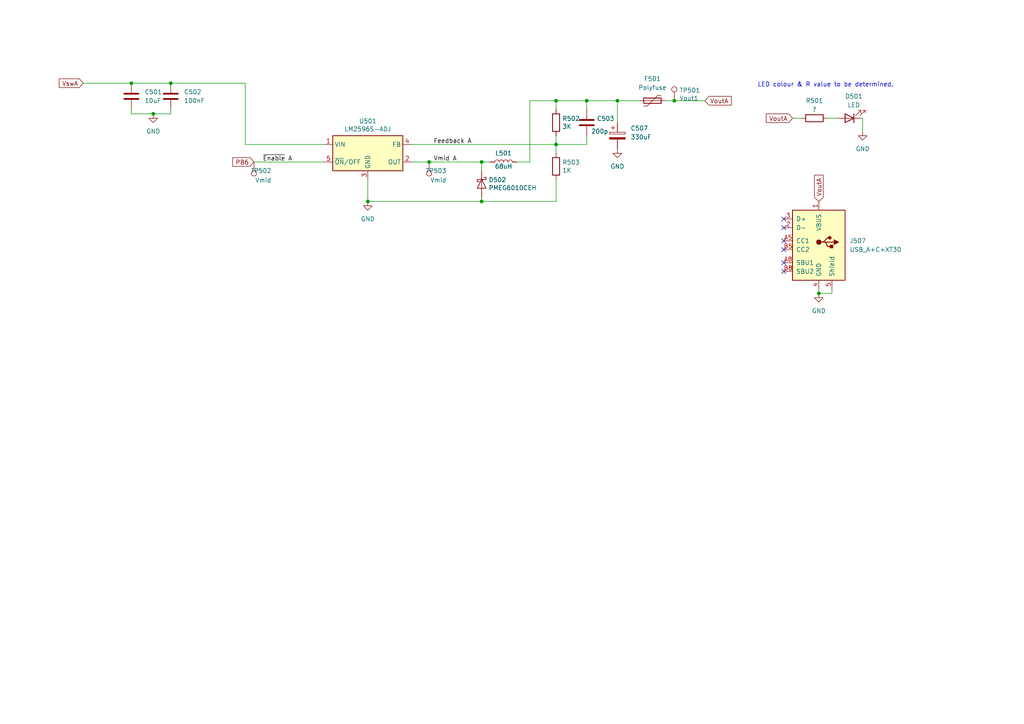
<source format=kicad_sch>
(kicad_sch (version 20211123) (generator eeschema)
  (paper "A4")
  (title_block (title "TPS540x Circuit A") (date "2024-04-01") (rev "1.0.0") (company "Scott A. Miller") (comment 1 "Don't forget to choose your output connector..."))
  (lib_symbols
    (symbol "Connector:TestPoint" (pin_numbers hide) (pin_names (offset 0.762) hide)
      (property "Reference" "TP" (at 0 6.858 0))
      (property "Value" "TestPoint" (at 0 5.08 0))
      (symbol "TestPoint_0_1"
        (circle (center 0 3.302) (radius 0.762))
      )
      (symbol "TestPoint_1_1"
        (pin passive line (at 0 0 90) (length 2.54) (name "1") (number "1"))
      )
    )
    (symbol "Device:C" (pin_numbers hide) (pin_names (offset 0.254))
      (property "Reference" "C" (at 0.635 2.54 0))
      (property "Value" "C" (at 0.635 -2.54 0))
      (symbol "C_0_1"
        (polyline (pts (xy -2.032 -0.762) (xy 2.032 -0.762)) (stroke (width 0.508)))
        (polyline (pts (xy -2.032 0.762) (xy 2.032 0.762)) (stroke (width 0.508)))
      )
      (symbol "C_1_1"
        (pin passive line (at 0 3.81 270) (length 2.794) (name "~") (number "1"))
        (pin passive line (at 0 -3.81 90) (length 2.794) (name "~") (number "2"))
      )
    )
    (symbol "Device:C_Polarized" (pin_numbers hide) (pin_names (offset 0.254))
      (property "Reference" "C" (at 0.635 2.54 0))
      (property "Value" "C_Polarized" (at 0.635 -2.54 0))
      (symbol "C_Polarized_0_1"
        (rectangle (start -2.286 0.508) (end 2.286 1.016))
        (polyline (pts (xy -1.778 2.286) (xy -0.762 2.286)))
        (polyline (pts (xy -1.27 2.794) (xy -1.27 1.778)))
        (rectangle (start 2.286 -0.508) (end -2.286 -1.016) (fill (type outline)))
      )
      (symbol "C_Polarized_1_1"
        (pin passive line (at 0 3.81 270) (length 2.794) (name "~") (number "1"))
        (pin passive line (at 0 -3.81 90) (length 2.794) (name "~") (number "2"))
      )
    )
    (symbol "Device:L" (pin_numbers hide) (pin_names (offset 1.016) hide)
      (property "Reference" "L" (at -1.27 0 90))
      (property "Value" "L" (at 1.905 0 90))
      (symbol "L_0_1"
        (arc (start 0 -2.54) (mid 0.635 -1.905) (end 0 -1.27))
        (arc (start 0 -1.27) (mid 0.635 -0.635) (end 0 0))
        (arc (start 0 0) (mid 0.635 0.635) (end 0 1.27))
        (arc (start 0 1.27) (mid 0.635 1.905) (end 0 2.54))
      )
      (symbol "L_1_1"
        (pin passive line (at 0 3.81 270) (length 1.27) (name "1") (number "1"))
        (pin passive line (at 0 -3.81 90) (length 1.27) (name "2") (number "2"))
      )
    )
    (symbol "Device:LED" (pin_numbers hide) (pin_names (offset 1.016) hide)
      (property "Reference" "D" (at 0 2.54 0))
      (property "Value" "LED" (at 0 -2.54 0))
      (symbol "LED_0_1"
        (polyline (pts (xy -1.27 -1.27) (xy -1.27 1.27)) (stroke (width 0.254)))
        (polyline (pts (xy -1.27 0) (xy 1.27 0)))
        (polyline (pts (xy 1.27 -1.27) (xy 1.27 1.27) (xy -1.27 0) (xy 1.27 -1.27)) (stroke (width 0.254)))
        (polyline (pts (xy -3.048 -0.762) (xy -4.572 -2.286) (xy -3.81 -2.286) (xy -4.572 -2.286) (xy -4.572 -1.524)))
        (polyline (pts (xy -1.778 -0.762) (xy -3.302 -2.286) (xy -2.54 -2.286) (xy -3.302 -2.286) (xy -3.302 -1.524)))
      )
      (symbol "LED_1_1"
        (pin passive line (at -3.81 0 0) (length 2.54) (name "K") (number "1"))
        (pin passive line (at 3.81 0 180) (length 2.54) (name "A") (number "2"))
      )
    )
    (symbol "Device:Polyfuse" (pin_numbers hide) (pin_names (offset 0))
      (property "Reference" "F" (at -2.54 0 90))
      (property "Value" "Polyfuse" (at 2.54 0 90))
      (symbol "Polyfuse_0_1"
        (rectangle (start -0.762 2.54) (end 0.762 -2.54) (stroke (width 0.254)))
        (polyline (pts (xy 0 2.54) (xy 0 -2.54)))
        (polyline (pts (xy -1.524 2.54) (xy -1.524 1.524) (xy 1.524 -1.524) (xy 1.524 -2.54)))
      )
      (symbol "Polyfuse_1_1"
        (pin passive line (at 0 3.81 270) (length 1.27) (name "~") (number "1"))
        (pin passive line (at 0 -3.81 90) (length 1.27) (name "~") (number "2"))
      )
    )
    (symbol "Device:R" (pin_numbers hide) (pin_names (offset 0))
      (property "Reference" "R" (at 2.032 0 90))
      (property "Value" "R" (at 0 0 90))
      (symbol "R_0_1"
        (rectangle (start -1.016 -2.54) (end 1.016 2.54) (stroke (width 0.254)))
      )
      (symbol "R_1_1"
        (pin passive line (at 0 3.81 270) (length 1.27) (name "~") (number "1"))
        (pin passive line (at 0 -3.81 90) (length 1.27) (name "~") (number "2"))
      )
    )
    (symbol "Diode:PMEG6010CEH" (pin_numbers hide) (pin_names hide)
      (property "Reference" "D" (at 0 2.54 0))
      (property "Value" "PMEG6010CEH" (at 0 -2.54 0))
      (symbol "PMEG6010CEH_0_1"
        (polyline (pts (xy 1.27 0) (xy -1.27 0)))
        (polyline (pts (xy 1.27 1.27) (xy 1.27 -1.27) (xy -1.27 0) (xy 1.27 1.27)) (stroke (width 0.2032)))
        (polyline (pts (xy -1.905 0.635) (xy -1.905 1.27) (xy -1.27 1.27) (xy -1.27 -1.27) (xy -0.635 -1.27) (xy -0.635 -0.635)) (stroke (width 0.2032)))
      )
      (symbol "PMEG6010CEH_1_1"
        (pin passive line (at -3.81 0 0) (length 2.54) (name "K") (number "1"))
        (pin passive line (at 3.81 0 180) (length 2.54) (name "A") (number "2"))
      )
    )
    (symbol "Regulator_Switching:LM2596S-ADJ"
      (property "Reference" "U" (at -10.16 6.35 0))
      (property "Value" "LM2596S-ADJ" (at 0 6.35 0))
      (symbol "LM2596S-ADJ_0_1"
        (rectangle (start -10.16 5.08) (end 10.16 -5.08) (stroke (width 0.254)) (fill (type background)))
      )
      (symbol "LM2596S-ADJ_1_1"
        (pin power_in line (at -12.7 2.54 0) (length 2.54) (name "VIN") (number "1"))
        (pin output line (at 12.7 -2.54 180) (length 2.54) (name "OUT") (number "2"))
        (pin power_in line (at 0 -7.62 90) (length 2.54) (name "GND") (number "3"))
        (pin input line (at 12.7 2.54 180) (length 2.54) (name "FB") (number "4"))
        (pin input line (at -12.7 -2.54 0) (length 2.54) (name "~{ON}/OFF") (number "5"))
      )
    )
    (symbol "power:GND" (power) (pin_names (offset 0))
      (property "Value" "GND" (at 0 -3.81 0))
      (symbol "GND_0_1"
        (polyline (pts (xy 0 0) (xy 0 -1.27) (xy 1.27 -1.27) (xy 0 -2.54) (xy -1.27 -1.27) (xy 0 -1.27)))
      )
      (symbol "GND_1_1"
        (pin power_in line (at 0 0 270) (length 0) hide (name "GND") (number "1"))
      )
    )
    (symbol "tinker:USB_A+C+XT30" (pin_names (offset 1.016))
      (property "Reference" "J" (at -7.62 15.24 0))
      (property "Value" "USB_A+C+XT30" (at -2.54 12.7 0))
      (symbol "USB_A+C+XT30_0_1"
        (rectangle (start -7.62 10.16) (end 7.62 -10.16) (stroke (width 0.254)) (fill (type background)))
        (polyline (pts (xy 0.635 0.889) (xy 1.27 0.889) (xy 2.54 2.159) (xy 3.175 2.159)) (stroke (width 0.254)))
        (polyline (pts (xy 1.27 0.889) (xy 1.905 0.889) (xy 2.54 -0.381) (xy 3.81 -0.381)) (stroke (width 0.254)))
        (polyline (pts (xy 4.445 1.524) (xy 4.445 0.254) (xy 5.715 0.889) (xy 4.445 1.524)) (stroke (width 0.254)) (fill (type outline)))
        (circle (center 0 0.889) (radius 0.635) (stroke (width 0.254)) (fill (type outline)))
        (circle (center 3.175 2.159) (radius 0.381) (stroke (width 0.254)) (fill (type outline)))
        (rectangle (start 4.064 0) (end 3.302 -0.762) (stroke (width 0.254)) (fill (type outline)))
      )
      (symbol "USB_A+C+XT30_1_1"
        (polyline (pts (xy 1.905 0.889) (xy 4.445 0.889)) (stroke (width 0.254)))
        (pin power_in line (at 0 12.7 270) (length 2.54) (name "VBUS") (number "1"))
        (pin bidirectional line (at -10.16 5.08 0) (length 2.54) (name "D-") (number "2"))
        (pin bidirectional line (at -10.16 7.62 0) (length 2.54) (name "D+") (number "3"))
        (pin power_in line (at 0 -12.7 90) (length 2.54) (name "GND") (number "4"))
        (pin passive line (at 3.81 -12.7 90) (length 2.54) (name "Shield") (number "5"))
        (pin bidirectional line (at -10.16 1.27 0) (length 2.54) (name "CC1") (number "A5"))
        (pin bidirectional line (at -10.16 -5.08 0) (length 2.54) (name "SBU1") (number "A8"))
        (pin bidirectional line (at -10.16 -1.27 0) (length 2.54) (name "CC2") (number "B5"))
        (pin bidirectional line (at -10.16 -7.62 0) (length 2.54) (name "SBU2") (number "B8"))
      )
    )
  )
  (junction (at 139.7 58.42))
  (junction (at 161.29 29.21))
  (junction (at 170.18 29.21))
  (junction (at 139.7 46.99))
  (junction (at 38.1 24.13))
  (junction (at 195.58 29.21))
  (junction (at 179.07 29.21))
  (junction (at 44.45 33.02))
  (junction (at 161.29 41.91))
  (junction (at 49.53 24.13))
  (junction (at 124.46 46.99))
  (junction (at 237.49 85.09))
  (junction (at 106.68 58.42))
  (no_connect (at 227.33 66.04))
  (no_connect (at 227.33 78.74))
  (no_connect (at 227.33 69.85))
  (no_connect (at 227.33 76.2))
  (no_connect (at 227.33 72.39))
  (no_connect (at 227.33 63.5))
  (wire (pts (xy 38.1 24.13) (xy 49.53 24.13)))
  (wire (pts (xy 161.29 41.91) (xy 161.29 44.45)))
  (wire (pts (xy 153.67 29.21) (xy 161.29 29.21)))
  (wire (pts (xy 49.53 24.13) (xy 71.12 24.13)))
  (wire (pts (xy 161.29 52.07) (xy 161.29 58.42)))
  (wire (pts (xy 73.66 46.99) (xy 93.98 46.99)))
  (wire (pts (xy 24.13 24.13) (xy 38.1 24.13)))
  (wire (pts (xy 241.3 83.82) (xy 241.3 85.09)))
  (wire (pts (xy 161.29 31.75) (xy 161.29 29.21)))
  (wire (pts (xy 161.29 58.42) (xy 139.7 58.42)))
  (wire (pts (xy 240.03 34.29) (xy 242.57 34.29)))
  (wire (pts (xy 139.7 57.15) (xy 139.7 58.42)))
  (wire (pts (xy 170.18 29.21) (xy 179.07 29.21)))
  (wire (pts (xy 179.07 29.21) (xy 179.07 35.56)))
  (wire (pts (xy 250.19 34.29) (xy 250.19 38.1)))
  (wire (pts (xy 161.29 29.21) (xy 170.18 29.21)))
  (wire (pts (xy 49.53 33.02) (xy 49.53 31.75)))
  (wire (pts (xy 153.67 29.21) (xy 153.67 46.99)))
  (wire (pts (xy 237.49 83.82) (xy 237.49 85.09)))
  (wire (pts (xy 106.68 58.42) (xy 139.7 58.42)))
  (wire (pts (xy 38.1 31.75) (xy 38.1 33.02)))
  (wire (pts (xy 170.18 41.91) (xy 161.29 41.91)))
  (wire (pts (xy 229.87 34.29) (xy 232.41 34.29)))
  (wire (pts (xy 44.45 33.02) (xy 49.53 33.02)))
  (wire (pts (xy 139.7 46.99) (xy 142.24 46.99)))
  (wire (pts (xy 71.12 24.13) (xy 71.12 41.91)))
  (wire (pts (xy 119.38 41.91) (xy 161.29 41.91)))
  (wire (pts (xy 241.3 85.09) (xy 237.49 85.09)))
  (wire (pts (xy 193.04 29.21) (xy 195.58 29.21)))
  (wire (pts (xy 119.38 46.99) (xy 124.46 46.99)))
  (wire (pts (xy 124.46 46.99) (xy 139.7 46.99)))
  (wire (pts (xy 38.1 33.02) (xy 44.45 33.02)))
  (wire (pts (xy 170.18 39.37) (xy 170.18 41.91)))
  (wire (pts (xy 71.12 41.91) (xy 93.98 41.91)))
  (wire (pts (xy 161.29 39.37) (xy 161.29 41.91)))
  (wire (pts (xy 195.58 29.21) (xy 204.47 29.21)))
  (wire (pts (xy 179.07 29.21) (xy 185.42 29.21)))
  (wire (pts (xy 153.67 46.99) (xy 149.86 46.99)))
  (wire (pts (xy 170.18 31.75) (xy 170.18 29.21)))
  (wire (pts (xy 106.68 58.42) (xy 106.68 52.07)))
  (wire (pts (xy 139.7 49.53) (xy 139.7 46.99)))
  (text "LED colour & R value to be determined." (at 219.71 25.4 0) (effects (font (size 1.27 1.27)) (justify left bottom)))
  (label "Vmid A" (at 125.73 46.99 0))
  (label "~{Enable} A" (at 76.2 46.99 0))
  (label "Feedback A" (at 125.73 41.91 0))
  (global_label "VoutA" (shape input) (at 237.49 58.42 90) (property "Intersheet References" "${INTERSHEET_REFS}" (effects hide)))
  (global_label "VoutA" (shape input) (at 204.47 29.21 0) (property "Intersheet References" "${INTERSHEET_REFS}" (effects hide)))
  (global_label "VoutA" (shape input) (at 229.87 34.29 180) (property "Intersheet References" "${INTERSHEET_REFS}" (effects hide)))
  (global_label "VswA" (shape input) (at 24.13 24.13 180) (property "Intersheet References" "${INTERSHEET_REFS}" (effects hide)))
  (global_label "PB6" (shape input) (at 73.66 46.99 180) (property "Intersheet References" "${INTERSHEET_REFS}" (effects hide)))
  (symbol (lib_id "Device:C") (at 49.53 27.94 0) (unit 1)
    (property "Reference" "C502" (at 53.34 26.6699 0) (effects (justify left)))
    (property "Value" "100nF" (at 53.34 29.2099 0) (effects (justify left)))
    (property "Footprint" "Capacitor_SMD:C_0603_1608Metric" (effects hide))
    (property "LCSC" "C14663" (effects hide))
  )
  (symbol (lib_id "Device:C") (at 38.1 27.94 0) (unit 1)
    (property "Reference" "C501" (at 41.91 26.6699 0) (effects (justify left)))
    (property "Value" "10uF" (at 41.91 29.2099 0) (effects (justify left)))
    (property "Footprint" "Capacitor_SMD:C_1206_3216Metric" (effects hide))
    (property "LCSC" "C13585" (effects hide))
  )
  (symbol (lib_id "Device:C") (at 170.18 35.56 0) (unit 1)
    (property "Reference" "C503" (at 173.101 34.3916 0) (effects (justify left)))
    (property "Value" "200p" (at 171.45 38.1 0) (effects (justify left)))
    (property "Footprint" "Capacitor_SMD:C_0603_1608Metric" (effects hide))
  )
  (symbol (lib_id "power:GND") (at 179.07 43.18 0) (unit 1)
    (property "Reference" "#PWR0107" (effects hide))
    (property "Value" "GND" (at 179.07 48.26 0))
  )
  (symbol (lib_id "power:GND") (at 106.68 58.42 0) (unit 1)
    (property "Reference" "#PWR0504" (effects hide))
    (property "Value" "GND" (at 106.68 63.5 0))
  )
  (symbol (lib_id "Device:Polyfuse") (at 189.23 29.21 90) (unit 1)
    (property "Reference" "F501" (at 189.23 22.86 90))
    (property "Value" "Polyfuse" (at 189.23 25.4 90))
    (property "Footprint" "tinker:F1206" (effects hide))
    (property "Datasheet" "https://www.lcsc.com/datasheet/lcsc_datasheet_2305121424_BHFUSE-BSMD1206L-260_C960020.pdf" (effects hide))
    (property "LCSC" "C883134" (effects hide))
    (property "Field5" "BHFuse BSMD1206 family" (effects hide))
    (property "Field6" "https://www.lcsc.com/products/Resettable-Fuses_11042.html?keyword=BSMD1206" (effects hide))
  )
  (symbol (lib_id "power:GND") (at 237.49 85.09 0) (unit 1)
    (property "Reference" "#PWR0117" (effects hide))
    (property "Value" "GND" (at 237.49 90.17 0))
  )
  (symbol (lib_id "Regulator_Switching:LM2596S-ADJ") (at 106.68 44.45 0) (unit 1)
    (property "Reference" "U501" (at 106.68 35.1282 0))
    (property "Value" "LM2596S-ADJ" (at 106.68 37.4396 0))
    (property "Footprint" "Package_TO_SOT_SMD:TO-263-5_TabPin3" (effects hide))
    (property "Datasheet" "http://www.ti.com/lit/ds/symlink/lm2596.pdf" (effects hide))
  )
  (symbol (lib_id "power:GND") (at 250.19 38.1 0) (unit 1)
    (property "Reference" "#PWR0109" (effects hide))
    (property "Value" "GND" (at 250.19 43.18 0))
  )
  (symbol (lib_id "Connector:TestPoint") (at 195.58 29.21 0) (unit 1) (in_bom no)
    (property "Reference" "TP501" (at 197.0532 26.2128 0) (effects (justify left)))
    (property "Value" "Vout1" (at 197.0532 28.5242 0) (effects (justify left)))
    (property "Footprint" "tinker:TestPoint_THTPad_D1.0mm_Drill0.5mm" (effects hide))
  )
  (symbol (lib_id "Connector:TestPoint") (at 73.66 46.99 180) (unit 1)
    (property "Reference" "TP502" (at 78.74 49.53 0) (effects (justify left)))
    (property "Value" "Vmid" (at 78.74 52.2986 0) (effects (justify left)))
    (property "Footprint" "tinker:TestPoint_THTPad_D1.0mm_Drill0.5mm" (effects hide))
  )
  (symbol (lib_id "tinker:USB_A+C+XT30") (at 237.49 71.12 0) (unit 1)
    (property "Reference" "J507" (at 246.38 69.8499 0) (effects (justify left)))
    (property "Value" "USB_A+C+XT30" (at 246.38 72.3899 0) (effects (justify left)))
    (property "Footprint" "tinker:USB_A+C+XT30" (effects hide))
    (property "Datasheet" " ~" (effects hide))
    (property "LCSC" "A-(C6389922) C-(C2765186) XT30-(C2913282)" (effects hide))
  )
  (symbol (lib_id "Diode:PMEG6010CEH") (at 139.7 53.34 270) (unit 1)
    (property "Reference" "D502" (at 141.7066 52.1716 90) (effects (justify left)))
    (property "Value" "PMEG6010CEH" (at 141.7066 54.483 90) (effects (justify left)))
    (property "Footprint" "Diode_SMD:D_SOD-123" (effects hide))
    (property "Datasheet" "https://assets.nexperia.com/documents/data-sheet/PMEG6010CEH_PMEG6010CEJ.pdf" (effects hide))
  )
  (symbol (lib_id "power:GND") (at 44.45 33.02 0) (unit 1)
    (property "Reference" "#PWR0502" (effects hide))
    (property "Value" "GND" (at 44.45 38.1 0))
  )
  (symbol (lib_id "Device:R") (at 236.22 34.29 90) (unit 1)
    (property "Reference" "R501" (at 236.22 29.21 90))
    (property "Value" "?" (at 236.22 31.75 90))
    (property "Footprint" "Resistor_SMD:R_0603_1608Metric" (effects hide))
  )
  (symbol (lib_id "Device:LED") (at 246.38 34.29 180) (unit 1)
    (property "Reference" "D501" (at 247.65 27.94 0))
    (property "Value" "LED" (at 247.65 30.48 0))
    (property "Footprint" "LED_SMD:LED_0603_1608Metric" (effects hide))
  )
  (symbol (lib_id "Device:R") (at 161.29 48.26 0) (unit 1)
    (property "Reference" "R503" (at 163.068 47.0916 0) (effects (justify left)))
    (property "Value" "1K" (at 163.068 49.403 0) (effects (justify left)))
    (property "Footprint" "Resistor_SMD:R_0603_1608Metric" (effects hide))
  )
  (symbol (lib_id "Device:C_Polarized") (at 179.07 39.37 0) (unit 1)
    (property "Reference" "C507" (at 182.88 37.2109 0) (effects (justify left)))
    (property "Value" "330uF" (at 182.88 39.7509 0) (effects (justify left)))
    (property "Footprint" "Capacitor_SMD:CP_Elec_8x10" (effects hide))
    (property "LCSC" "C178599" (effects hide))
  )
  (symbol (lib_id "Connector:TestPoint") (at 124.46 46.99 180) (unit 1)
    (property "Reference" "TP503" (at 129.54 49.53 0) (effects (justify left)))
    (property "Value" "Vmid" (at 129.54 52.2986 0) (effects (justify left)))
    (property "Footprint" "tinker:TestPoint_THTPad_D1.0mm_Drill0.5mm" (effects hide))
  )
  (symbol (lib_id "Device:R") (at 161.29 35.56 0) (unit 1)
    (property "Reference" "R502" (at 163.068 34.3916 0) (effects (justify left)))
    (property "Value" "3K" (at 163.068 36.703 0) (effects (justify left)))
    (property "Footprint" "Resistor_SMD:R_0603_1608Metric" (effects hide))
  )
  (symbol (lib_id "Device:L") (at 146.05 46.99 90) (unit 1)
    (property "Reference" "L501" (at 146.05 44.45 90))
    (property "Value" "68uH" (at 146.05 48.26 90))
    (property "Footprint" "tinker:IND-SMD_L7.1-W6.6" (effects hide))
    (property "LCSC" "C2983094" (effects hide))
  )
)
</source>
